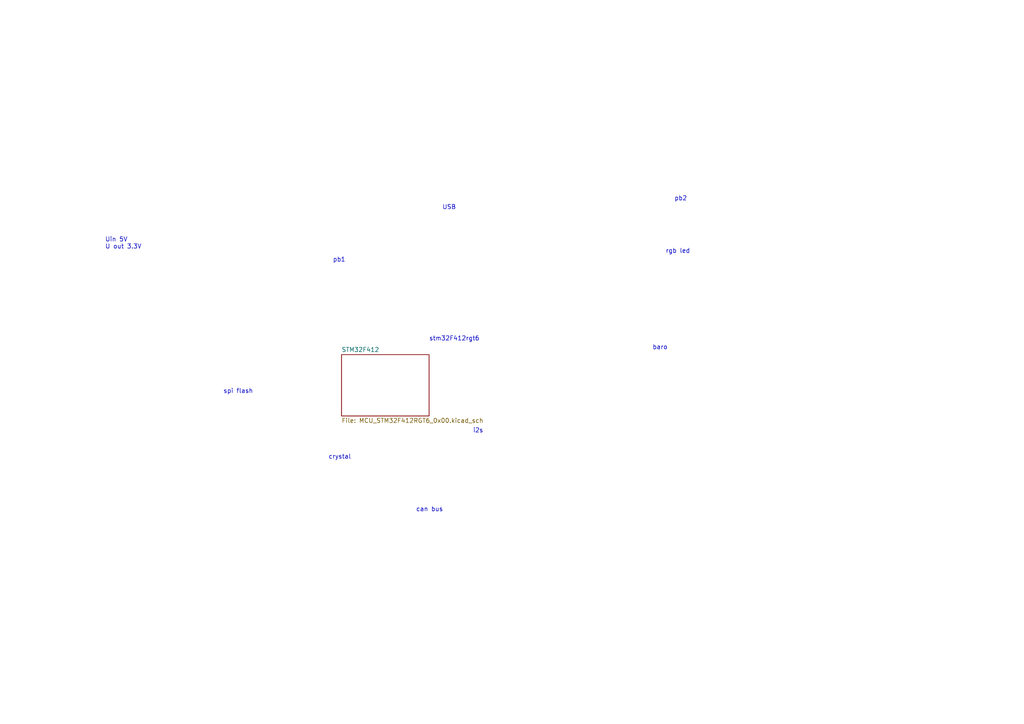
<source format=kicad_sch>
(kicad_sch (version 20230121) (generator eeschema)
  (paper "A4")
  (lib_symbols)
  (text "spi flash\n" (at 64.77 114.3 0) (effects (font (size 1.27 1.27)) (justify left bottom)))
  (text "Uin 5V\nU out 3.3V" (at 30.48 72.39 0) (effects (font (size 1.27 1.27)) (justify left bottom)))
  (text "pb2\n" (at 195.58 58.42 0) (effects (font (size 1.27 1.27)) (justify left bottom)))
  (text "baro\n" (at 189.23 101.6 0) (effects (font (size 1.27 1.27)) (justify left bottom)))
  (text "stm32F412rgt6\n" (at 124.46 99.06 0) (effects (font (size 1.27 1.27)) (justify left bottom)))
  (text "i2s\n" (at 137.16 125.73 0) (effects (font (size 1.27 1.27)) (justify left bottom)))
  (text "can bus\n" (at 120.65 148.59 0) (effects (font (size 1.27 1.27)) (justify left bottom)))
  (text "crystal\n" (at 95.25 133.35 0) (effects (font (size 1.27 1.27)) (justify left bottom)))
  (text "USB\n" (at 128.27 60.96 0) (effects (font (size 1.27 1.27)) (justify left bottom)))
  (text "rgb led\n" (at 193.04 73.66 0) (effects (font (size 1.27 1.27)) (justify left bottom)))
  (text "pb1\n" (at 96.52 76.2 0) (effects (font (size 1.27 1.27)) (justify left bottom)))
  (sheet (at 99.06 102.87) (size 25.4 17.78)
    (property "Sheetname" "STM32F412" (at 99.06 102.1584 0) (effects (justify left bottom)))
    (property "Sheetfile" "MCU_STM32F412RGT6_0x00.kicad_sch" (at 99.06 121.2346 0) (effects (justify left top)))
  )
)
</source>
